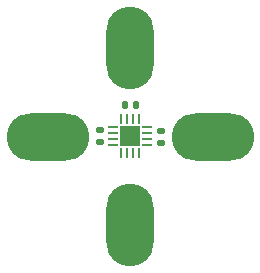
<source format=gbr>
%TF.GenerationSoftware,KiCad,Pcbnew,8.0.2*%
%TF.CreationDate,2024-07-18T23:51:49-05:00*%
%TF.ProjectId,MT6701,4d543637-3031-42e6-9b69-6361645f7063,rev?*%
%TF.SameCoordinates,Original*%
%TF.FileFunction,Soldermask,Top*%
%TF.FilePolarity,Negative*%
%FSLAX46Y46*%
G04 Gerber Fmt 4.6, Leading zero omitted, Abs format (unit mm)*
G04 Created by KiCad (PCBNEW 8.0.2) date 2024-07-18 23:51:49*
%MOMM*%
%LPD*%
G01*
G04 APERTURE LIST*
G04 Aperture macros list*
%AMRoundRect*
0 Rectangle with rounded corners*
0 $1 Rounding radius*
0 $2 $3 $4 $5 $6 $7 $8 $9 X,Y pos of 4 corners*
0 Add a 4 corners polygon primitive as box body*
4,1,4,$2,$3,$4,$5,$6,$7,$8,$9,$2,$3,0*
0 Add four circle primitives for the rounded corners*
1,1,$1+$1,$2,$3*
1,1,$1+$1,$4,$5*
1,1,$1+$1,$6,$7*
1,1,$1+$1,$8,$9*
0 Add four rect primitives between the rounded corners*
20,1,$1+$1,$2,$3,$4,$5,0*
20,1,$1+$1,$4,$5,$6,$7,0*
20,1,$1+$1,$6,$7,$8,$9,0*
20,1,$1+$1,$8,$9,$2,$3,0*%
G04 Aperture macros list end*
%ADD10O,7.000000X4.000000*%
%ADD11O,4.000000X7.000000*%
%ADD12RoundRect,0.062500X-0.350000X-0.062500X0.350000X-0.062500X0.350000X0.062500X-0.350000X0.062500X0*%
%ADD13RoundRect,0.062500X-0.062500X-0.350000X0.062500X-0.350000X0.062500X0.350000X-0.062500X0.350000X0*%
%ADD14R,1.700000X1.700000*%
%ADD15RoundRect,0.135000X-0.185000X0.135000X-0.185000X-0.135000X0.185000X-0.135000X0.185000X0.135000X0*%
%ADD16RoundRect,0.140000X0.140000X0.170000X-0.140000X0.170000X-0.140000X-0.170000X0.140000X-0.170000X0*%
G04 APERTURE END LIST*
D10*
%TO.C,REF\u002A\u002A*%
X143000000Y-150050000D03*
D11*
X150000000Y-142550000D03*
X150000000Y-157550000D03*
D10*
X157000000Y-150050000D03*
%TD*%
D12*
%TO.C,U1*%
X148537500Y-149250000D03*
X148537500Y-149750000D03*
X148537500Y-150250000D03*
X148537500Y-150750000D03*
D13*
X149250000Y-151462500D03*
X149750000Y-151462500D03*
X150250000Y-151462500D03*
X150750000Y-151462500D03*
D12*
X151462500Y-150750000D03*
X151462500Y-150250000D03*
X151462500Y-149750000D03*
X151462500Y-149250000D03*
D13*
X150750000Y-148537500D03*
X150250000Y-148537500D03*
X149750000Y-148537500D03*
X149250000Y-148537500D03*
D14*
X150000000Y-150000000D03*
%TD*%
D15*
%TO.C,R2*%
X147400000Y-149490000D03*
X147400000Y-150510000D03*
%TD*%
%TO.C,R1*%
X152600000Y-149540000D03*
X152600000Y-150560000D03*
%TD*%
D16*
%TO.C,C1*%
X150480000Y-147400000D03*
X149520000Y-147400000D03*
%TD*%
M02*

</source>
